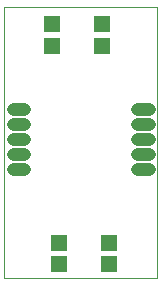
<source format=gbs>
G75*
G70*
%OFA0B0*%
%FSLAX24Y24*%
%IPPOS*%
%LPD*%
%AMOC8*
5,1,8,0,0,1.08239X$1,22.5*
%
%ADD10C,0.0000*%
%ADD11R,0.0555X0.0555*%
%ADD12C,0.0417*%
D10*
X000900Y000980D02*
X000900Y010035D01*
X006018Y010035D01*
X006018Y000980D01*
X000900Y000980D01*
D11*
X002753Y001459D03*
X002753Y002167D03*
X004406Y002167D03*
X004406Y001459D03*
X004165Y008729D03*
X004165Y009438D03*
X002512Y009438D03*
X002512Y008729D03*
D12*
X001569Y006620D02*
X001191Y006620D01*
X001191Y006120D02*
X001569Y006120D01*
X001569Y005620D02*
X001191Y005620D01*
X001191Y005120D02*
X001569Y005120D01*
X001569Y004620D02*
X001191Y004620D01*
X005351Y004620D02*
X005729Y004620D01*
X005729Y005120D02*
X005351Y005120D01*
X005351Y005620D02*
X005729Y005620D01*
X005729Y006120D02*
X005351Y006120D01*
X005351Y006620D02*
X005729Y006620D01*
M02*

</source>
